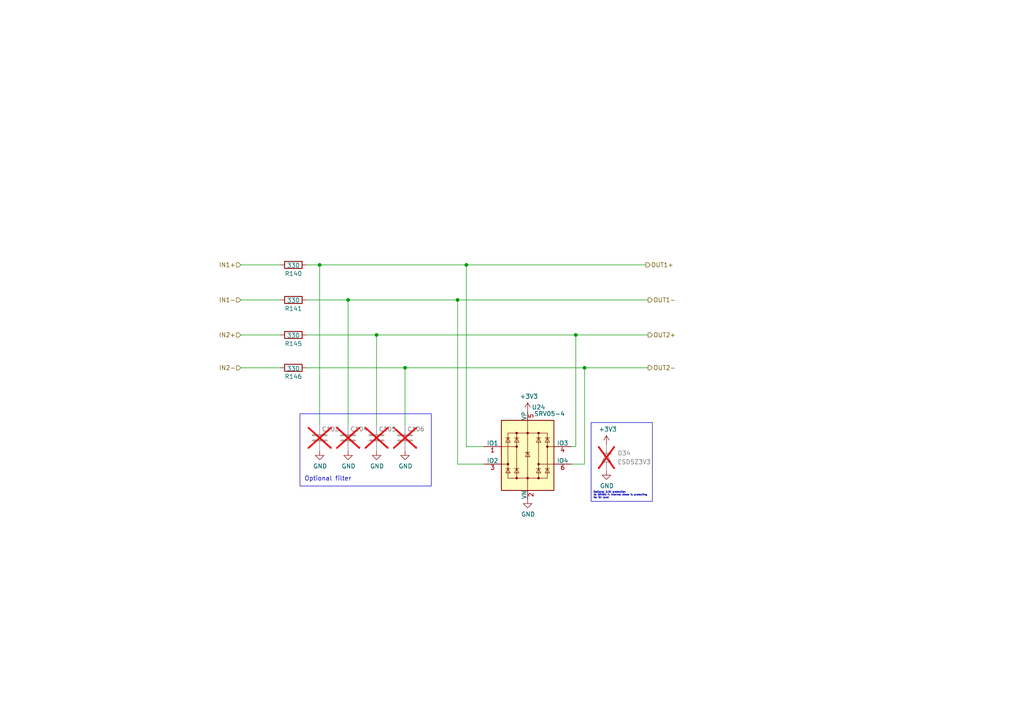
<source format=kicad_sch>
(kicad_sch (version 20230121) (generator eeschema)
  (paper "A4")
  (lib_symbols
    (symbol "Device:C" (pin_numbers hide) (pin_names (offset 0.254))
      (property "Reference" "C" (at 0.635 2.54 0))
      (property "Value" "C" (at 0.635 -2.54 0))
      (symbol "C_0_1"
        (polyline (pts (xy -2.032 -0.762) (xy 2.032 -0.762)) (stroke (width 0.508)))
        (polyline (pts (xy -2.032 0.762) (xy 2.032 0.762)) (stroke (width 0.508)))
      )
      (symbol "C_1_1"
        (pin passive line (at 0 3.81 270) (length 2.794) (name "~") (number "1"))
        (pin passive line (at 0 -3.81 90) (length 2.794) (name "~") (number "2"))
      )
    )
    (symbol "Device:R" (pin_numbers hide) (pin_names (offset 0))
      (property "Reference" "R" (at 2.032 0 90))
      (property "Value" "R" (at 0 0 90))
      (symbol "R_0_1"
        (rectangle (start -1.016 -2.54) (end 1.016 2.54) (stroke (width 0.254)))
      )
      (symbol "R_1_1"
        (pin passive line (at 0 3.81 270) (length 1.27) (name "~") (number "1"))
        (pin passive line (at 0 -3.81 90) (length 1.27) (name "~") (number "2"))
      )
    )
    (symbol "Diode:SMF5V0A" (pin_numbers hide) (pin_names (offset 1.016) hide)
      (property "Reference" "D" (at 0 2.54 0))
      (property "Value" "SMF5V0A" (at 0 -2.54 0))
      (symbol "SMF5V0A_0_1"
        (polyline (pts (xy -0.762 1.27) (xy -1.27 1.27) (xy -1.27 -1.27)) (stroke (width 0.254)))
        (polyline (pts (xy 1.27 1.27) (xy 1.27 -1.27) (xy -1.27 0) (xy 1.27 1.27)) (stroke (width 0.254)))
      )
      (symbol "SMF5V0A_1_1"
        (pin passive line (at -3.81 0 0) (length 2.54) (name "A1") (number "1"))
        (pin passive line (at 3.81 0 180) (length 2.54) (name "A2") (number "2"))
      )
    )
    (symbol "Power_Protection:SRV05-4" (pin_names (offset 0))
      (property "Reference" "U" (at -5.08 11.43 0))
      (property "Value" "SRV05-4" (at 2.54 11.43 0))
      (symbol "SRV05-4_0_0"
        (rectangle (start -5.715 6.477) (end 5.715 -6.604))
        (polyline (pts (xy -3.175 -6.604) (xy -3.175 6.477)))
        (polyline (pts (xy 3.175 6.477) (xy 3.175 -6.604)))
      )
      (symbol "SRV05-4_0_1"
        (rectangle (start -7.62 10.16) (end 7.62 -10.16) (stroke (width 0.254)) (fill (type background)))
        (circle (center -5.715 -2.54) (radius 0.2794) (fill (type outline)))
        (circle (center -3.175 -6.604) (radius 0.2794) (fill (type outline)))
        (circle (center -3.175 2.54) (radius 0.2794) (fill (type outline)))
        (circle (center -3.175 6.477) (radius 0.2794) (fill (type outline)))
        (circle (center 0 -6.604) (radius 0.2794) (fill (type outline)))
        (polyline (pts (xy -7.747 2.54) (xy -3.175 2.54)))
        (polyline (pts (xy -7.62 -2.54) (xy -5.715 -2.54)))
        (polyline (pts (xy -5.08 -3.81) (xy -6.35 -3.81)))
        (polyline (pts (xy -5.08 5.08) (xy -6.35 5.08)))
        (polyline (pts (xy -2.54 -3.81) (xy -3.81 -3.81)))
        (polyline (pts (xy -2.54 5.08) (xy -3.81 5.08)))
        (polyline (pts (xy 0 10.16) (xy 0 -10.16)))
        (polyline (pts (xy 3.81 -3.81) (xy 2.54 -3.81)))
        (polyline (pts (xy 3.81 5.08) (xy 2.54 5.08)))
        (polyline (pts (xy 6.35 -3.81) (xy 5.08 -3.81)))
        (polyline (pts (xy 6.35 5.08) (xy 5.08 5.08)))
        (polyline (pts (xy 7.62 -2.54) (xy 3.175 -2.54)))
        (polyline (pts (xy 7.62 2.54) (xy 5.715 2.54)))
        (polyline (pts (xy 0.635 0.889) (xy -0.635 0.889) (xy -0.635 0.635)))
        (polyline (pts (xy -5.08 -5.08) (xy -6.35 -5.08) (xy -5.715 -3.81) (xy -5.08 -5.08)))
        (polyline (pts (xy -5.08 3.81) (xy -6.35 3.81) (xy -5.715 5.08) (xy -5.08 3.81)))
        (polyline (pts (xy -2.54 -5.08) (xy -3.81 -5.08) (xy -3.175 -3.81) (xy -2.54 -5.08)))
        (polyline (pts (xy -2.54 3.81) (xy -3.81 3.81) (xy -3.175 5.08) (xy -2.54 3.81)))
        (polyline (pts (xy 0.635 -0.381) (xy -0.635 -0.381) (xy 0 0.889) (xy 0.635 -0.381)))
        (polyline (pts (xy 3.81 -5.08) (xy 2.54 -5.08) (xy 3.175 -3.81) (xy 3.81 -5.08)))
        (polyline (pts (xy 3.81 3.81) (xy 2.54 3.81) (xy 3.175 5.08) (xy 3.81 3.81)))
        (polyline (pts (xy 6.35 -5.08) (xy 5.08 -5.08) (xy 5.715 -3.81) (xy 6.35 -5.08)))
        (polyline (pts (xy 6.35 3.81) (xy 5.08 3.81) (xy 5.715 5.08) (xy 6.35 3.81)))
        (circle (center 0 6.477) (radius 0.2794) (fill (type outline)))
        (circle (center 3.175 -6.604) (radius 0.2794) (fill (type outline)))
        (circle (center 3.175 -2.54) (radius 0.2794) (fill (type outline)))
        (circle (center 3.175 6.477) (radius 0.2794) (fill (type outline)))
        (circle (center 5.715 2.54) (radius 0.2794) (fill (type outline)))
      )
      (symbol "SRV05-4_1_1"
        (pin passive line (at -12.7 2.54 0) (length 5.08) (name "IO1") (number "1"))
        (pin passive line (at 0 -12.7 90) (length 2.54) (name "VN") (number "2"))
        (pin passive line (at -12.7 -2.54 0) (length 5.08) (name "IO2") (number "3"))
        (pin passive line (at 12.7 2.54 180) (length 5.08) (name "IO3") (number "4"))
        (pin passive line (at 0 12.7 270) (length 2.54) (name "VP") (number "5"))
        (pin passive line (at 12.7 -2.54 180) (length 5.08) (name "IO4") (number "6"))
      )
    )
    (symbol "power:+3.3V" (power) (pin_names (offset 0))
      (property "Value" "+3.3V" (at 0 3.556 0))
      (symbol "+3.3V_0_1"
        (polyline (pts (xy -0.762 1.27) (xy 0 2.54)))
        (polyline (pts (xy 0 0) (xy 0 2.54)))
        (polyline (pts (xy 0 2.54) (xy 0.762 1.27)))
      )
      (symbol "+3.3V_1_1"
        (pin power_in line (at 0 0 90) (length 0) hide (name "+3V3") (number "1"))
      )
    )
    (symbol "power:GND" (power) (pin_names (offset 0))
      (property "Value" "GND" (at 0 -3.81 0))
      (symbol "GND_0_1"
        (polyline (pts (xy 0 0) (xy 0 -1.27) (xy 1.27 -1.27) (xy 0 -2.54) (xy -1.27 -1.27) (xy 0 -1.27)))
      )
      (symbol "GND_1_1"
        (pin power_in line (at 0 0 270) (length 0) hide (name "GND") (number "1"))
      )
    )
  )
  (junction (at 169.545 106.68))
  (junction (at 117.475 106.68))
  (junction (at 167.005 97.155))
  (junction (at 109.22 97.155))
  (junction (at 92.71 76.835))
  (junction (at 100.965 86.995))
  (junction (at 135.255 76.835))
  (junction (at 132.715 86.995))
  (wire (pts (xy 117.475 106.68) (xy 169.545 106.68)))
  (wire (pts (xy 132.715 86.995) (xy 187.96 86.995)))
  (wire (pts (xy 135.255 76.835) (xy 187.325 76.835)))
  (wire (pts (xy 81.28 76.835) (xy 69.85 76.835)))
  (wire (pts (xy 88.9 86.995) (xy 100.965 86.995)))
  (wire (pts (xy 140.335 134.62) (xy 132.715 134.62)))
  (wire (pts (xy 100.965 86.995) (xy 100.965 123.19)))
  (wire (pts (xy 92.71 76.835) (xy 92.71 123.19)))
  (wire (pts (xy 167.005 97.155) (xy 187.96 97.155)))
  (wire (pts (xy 109.22 97.155) (xy 109.22 123.19)))
  (wire (pts (xy 132.715 86.995) (xy 132.715 134.62)))
  (wire (pts (xy 135.255 129.54) (xy 135.255 76.835)))
  (wire (pts (xy 167.005 129.54) (xy 167.005 97.155)))
  (wire (pts (xy 88.9 97.155) (xy 109.22 97.155)))
  (wire (pts (xy 169.545 106.68) (xy 169.545 134.62)))
  (wire (pts (xy 81.28 86.995) (xy 69.85 86.995)))
  (wire (pts (xy 92.71 76.835) (xy 135.255 76.835)))
  (wire (pts (xy 88.9 76.835) (xy 92.71 76.835)))
  (wire (pts (xy 140.335 129.54) (xy 135.255 129.54)))
  (wire (pts (xy 81.28 97.155) (xy 69.85 97.155)))
  (wire (pts (xy 169.545 106.68) (xy 187.96 106.68)))
  (wire (pts (xy 165.735 129.54) (xy 167.005 129.54)))
  (wire (pts (xy 100.965 86.995) (xy 132.715 86.995)))
  (wire (pts (xy 88.9 106.68) (xy 117.475 106.68)))
  (wire (pts (xy 117.475 106.68) (xy 117.475 123.19)))
  (wire (pts (xy 165.735 134.62) (xy 169.545 134.62)))
  (wire (pts (xy 81.28 106.68) (xy 69.85 106.68)))
  (wire (pts (xy 109.22 97.155) (xy 167.005 97.155)))
  (rectangle (start 171.45 122.555) (end 189.23 145.415))
  (rectangle (start 86.995 120.015) (end 125.095 140.97))
  (text "Optional 3.3V protection\nAs SRV05-4 internal diode is protecting\nfor 5V level" (at 172.085 144.78 0) (effects (font (size 0.5 0.5)) (justify left bottom)))
  (text "Optional filter" (at 88.265 139.7 0) (effects (font (size 1.27 1.27)) (justify left bottom)))
  (hierarchical_label "OUT1+" (shape output) (at 187.325 76.835 0))
  (hierarchical_label "OUT1-" (shape output) (at 187.96 86.995 0))
  (hierarchical_label "IN2-" (shape input) (at 69.85 106.68 180))
  (hierarchical_label "IN1+" (shape input) (at 69.85 76.835 180))
  (hierarchical_label "OUT2+" (shape output) (at 187.96 97.155 0))
  (hierarchical_label "IN1-" (shape input) (at 69.85 86.995 180))
  (hierarchical_label "OUT2-" (shape output) (at 187.96 106.68 0))
  (hierarchical_label "IN2+" (shape input) (at 69.85 97.155 180))
  (symbol (lib_id "power:+3.3V") (at 153.035 119.38 0) (unit 1)
    (property "Reference" "#PWR0215" (effects hide))
    (property "Value" "+3.3V" (at 153.416 114.9858 0))
  )
  (symbol (lib_id "power:GND") (at 153.035 144.78 0) (unit 1)
    (property "Reference" "#PWR0223" (effects hide))
    (property "Value" "GND" (at 153.162 149.1742 0))
  )
  (symbol (lib_id "power:GND") (at 92.71 130.81 0) (unit 1)
    (property "Reference" "#PWR0229" (effects hide))
    (property "Value" "GND" (at 92.837 135.2042 0))
  )
  (symbol (lib_id "Device:R") (at 85.09 86.995 270) (mirror x) (unit 1)
    (property "Reference" "R141" (at 85.09 89.535 90))
    (property "Value" "330" (at 85.09 87.122 90))
    (property "Footprint" "Resistor_SMD:R_0603_1608Metric" (effects hide))
    (property "LCSC" "C23138" (effects hide))
  )
  (symbol (lib_id "Device:C") (at 100.965 127 0) (mirror y) (unit 1) (in_bom no) (dnp yes)
    (property "Reference" "C104" (at 106.68 124.46 0) (effects (justify left)))
    (property "Value" "~" (at 104.775 129.54 0) (effects (justify left)))
    (property "Footprint" "Capacitor_SMD:C_0402_1005Metric" (effects hide))
  )
  (symbol (lib_id "Diode:SMF5V0A") (at 175.895 132.715 270) (unit 1) (in_bom no) (dnp yes)
    (property "Reference" "D34" (at 179.07 131.445 90) (effects (justify left)))
    (property "Value" "ESD5Z3V3" (at 179.07 133.985 90) (effects (justify left)))
    (property "Footprint" "Diode_SMD:D_SOD-523" (effects hide))
    (property "Datasheet" "https://datasheet.lcsc.com/lcsc/2308231036_MDD-Microdiode-Electronics--ESD5Z3V3_C502545.pdf" (effects hide))
    (property "LCSC" "C502545" (effects hide))
    (property "LCSC_alt" "C316037" (effects hide))
  )
  (symbol (lib_id "power:GND") (at 117.475 130.81 0) (unit 1)
    (property "Reference" "#PWR0232" (effects hide))
    (property "Value" "GND" (at 117.602 135.2042 0))
  )
  (symbol (lib_id "Power_Protection:SRV05-4") (at 153.035 132.08 0) (unit 1)
    (property "Reference" "U24" (at 156.21 118.11 0))
    (property "Value" "SRV05-4" (at 159.385 120.015 0))
    (property "Footprint" "Package_TO_SOT_SMD:SOT-23-6" (effects hide))
    (property "Datasheet" "http://www.onsemi.com/pub/Collateral/SRV05-4-D.PDF" (effects hide))
    (property "LCSC" "C85364" (effects hide))
    (property "LCSC_ext" "0" (effects hide))
  )
  (symbol (lib_id "power:GND") (at 175.895 136.525 0) (unit 1)
    (property "Reference" "#PWR0222" (effects hide))
    (property "Value" "GND" (at 176.022 140.9192 0))
  )
  (symbol (lib_id "Device:C") (at 109.22 127 0) (mirror y) (unit 1) (in_bom no) (dnp yes)
    (property "Reference" "C105" (at 114.935 124.46 0) (effects (justify left)))
    (property "Value" "~" (at 113.03 129.54 0) (effects (justify left)))
    (property "Footprint" "Capacitor_SMD:C_0402_1005Metric" (effects hide))
  )
  (symbol (lib_id "Device:R") (at 85.09 106.68 270) (mirror x) (unit 1)
    (property "Reference" "R146" (at 85.09 109.22 90))
    (property "Value" "330" (at 85.09 106.934 90))
    (property "Footprint" "Resistor_SMD:R_0603_1608Metric" (effects hide))
    (property "LCSC" "C23138" (effects hide))
  )
  (symbol (lib_id "Device:C") (at 92.71 127 0) (mirror y) (unit 1) (in_bom no) (dnp yes)
    (property "Reference" "C103" (at 98.425 124.46 0) (effects (justify left)))
    (property "Value" "~" (at 96.52 129.54 0) (effects (justify left)))
    (property "Footprint" "Capacitor_SMD:C_0402_1005Metric" (effects hide))
  )
  (symbol (lib_id "Device:R") (at 85.09 97.155 270) (mirror x) (unit 1)
    (property "Reference" "R145" (at 85.09 99.695 90))
    (property "Value" "330" (at 85.09 97.282 90))
    (property "Footprint" "Resistor_SMD:R_0603_1608Metric" (effects hide))
    (property "LCSC" "C23138" (effects hide))
  )
  (symbol (lib_id "Device:C") (at 117.475 127 0) (mirror y) (unit 1) (in_bom no) (dnp yes)
    (property "Reference" "C106" (at 123.19 124.46 0) (effects (justify left)))
    (property "Value" "~" (at 121.285 129.54 0) (effects (justify left)))
    (property "Footprint" "Capacitor_SMD:C_0402_1005Metric" (effects hide))
  )
  (symbol (lib_id "power:GND") (at 100.965 130.81 0) (unit 1)
    (property "Reference" "#PWR0230" (effects hide))
    (property "Value" "GND" (at 101.092 135.2042 0))
  )
  (symbol (lib_id "power:+3.3V") (at 175.895 128.905 0) (unit 1)
    (property "Reference" "#PWR0213" (effects hide))
    (property "Value" "+3.3V" (at 176.276 124.5108 0))
  )
  (symbol (lib_id "Device:R") (at 85.09 76.835 270) (mirror x) (unit 1)
    (property "Reference" "R140" (at 85.09 79.375 90))
    (property "Value" "330" (at 85.09 76.962 90))
    (property "Footprint" "Resistor_SMD:R_0603_1608Metric" (effects hide))
    (property "LCSC" "C23138" (effects hide))
  )
  (symbol (lib_id "power:GND") (at 109.22 130.81 0) (unit 1)
    (property "Reference" "#PWR0231" (effects hide))
    (property "Value" "GND" (at 109.347 135.2042 0))
  )
)
</source>
